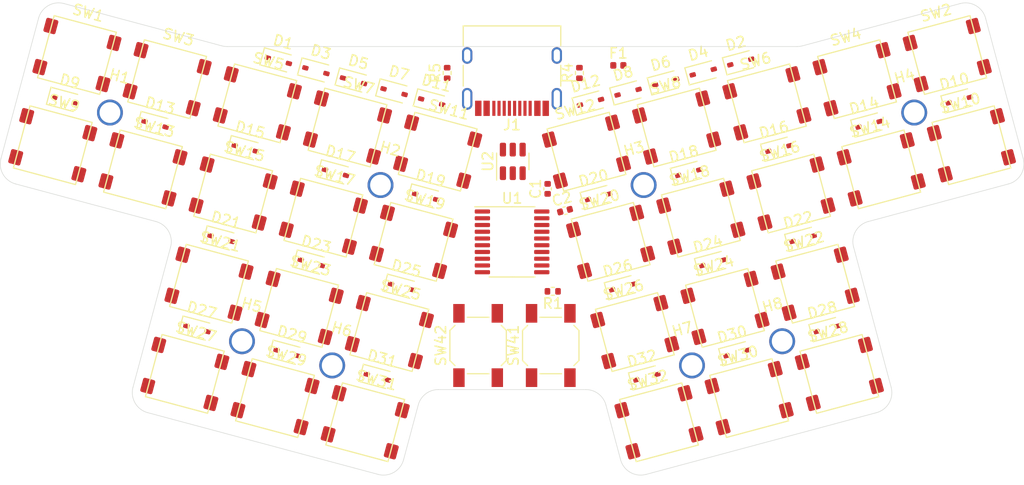
<source format=kicad_pcb>
(kicad_pcb (version 20221018) (generator pcbnew)
  (layers (0 "F.Cu" signal) (31 "B.Cu" signal) (34 "B.Paste" user) (35 "F.Paste" user) (36 "B.SilkS" user "B.Silkscreen") (37 "F.SilkS" user "F.Silkscreen") (38 "B.Mask" user) (39 "F.Mask" user) (44 "Edge.Cuts" user))
  (net 0 "")
  (net 1 "VCC")
  (net 2 "GND")
  (net 3 "+3.3V")
  (net 4 "row1")
  (net 5 "Net-(D1-A)")
  (net 6 "Net-(D2-A)")
  (net 7 "Net-(D3-A)")
  (net 8 "Net-(D4-A)")
  (net 9 "Net-(D5-A)")
  (net 10 "Net-(D6-A)")
  (net 11 "Net-(D7-A)")
  (net 12 "Net-(D8-A)")
  (net 13 "Net-(D9-A)")
  (net 14 "Net-(D10-A)")
  (net 15 "row2")
  (net 16 "Net-(D11-A)")
  (net 17 "Net-(D12-A)")
  (net 18 "Net-(D13-A)")
  (net 19 "Net-(D14-A)")
  (net 20 "Net-(D15-A)")
  (net 21 "Net-(D16-A)")
  (net 22 "Net-(D17-A)")
  (net 23 "Net-(D18-A)")
  (net 24 "Net-(D19-A)")
  (net 25 "Net-(D20-A)")
  (net 26 "row3")
  (net 27 "Net-(D23-A)")
  (net 28 "Net-(D24-A)")
  (net 29 "Net-(D25-A)")
  (net 30 "Net-(D26-A)")
  (net 31 "Net-(D27-A)")
  (net 32 "Net-(D28-A)")
  (net 33 "row4")
  (net 34 "VBUS")
  (net 35 "CC1")
  (net 36 "PORT+")
  (net 37 "PORT-")
  (net 39 "CC2")
  (net 41 "UDP")
  (net 42 "BOOT")
  (net 43 "col1")
  (net 44 "col3")
  (net 45 "col5")
  (net 46 "col7")
  (net 47 "col9")
  (net 48 "col10")
  (net 49 "col8")
  (net 50 "col6")
  (net 51 "col4")
  (net 52 "col2")
  (net 53 "RST")
  (net 54 "P3.2_A3")
  (net 55 "P1.4_CS")
  (net 56 "P1.5_MOSI")
  (net 57 "P1.6_MISO")
  (net 58 "P1.7_SCK")
  (net 59 "P1.0")
  (net 60 "P1.1_A0")
  (net 61 "P3.1_TX")
  (net 62 "P3.0_RX")
  (net 63 "P3.3")
  (net 64 "P3.4")
  (net 65 "P3.5")
  (net 66 "UDM")
  (net 67 "P1.3")
  (net 68 "P1.2")
  (net 69 "Net-(D21-A)")
  (net 70 "Net-(D22-A)")
  (net 71 "Net-(D29-A)")
  (net 72 "Net-(D30-A)")
  (net 73 "Net-(D31-A)")
  (net 74 "Net-(D32-A)")
  (footprint "userlib:GT-TC063F-H035-L30" (layer "F.Cu") (at 94.121773 41.258334 15)
    (fp_text reference "SW8" (at 0 -4.2 15 unlocked) (layer "F.SilkS"))
    (fp_text value "SW_Push")
    (pad "1" smd roundrect (at -3.15 -2.05 15) (size 1.2 1.4) (layers "F.Cu" "F.Paste" "F.Mask") (roundrect_rratio 0.1428571429) (net 12 "Net-(D8-A)"))
    (pad "1" smd roundrect (at 3.15 -2.05 15) (size 1.2 1.4) (layers "F.Cu" "F.Paste" "F.Mask") (roundrect_rratio 0.1428571429) (net 12 "Net-(D8-A)"))
    (pad "2" smd roundrect (at -3.15 2.05 15) (size 1.2 1.4) (layers "F.Cu" "F.Paste" "F.Mask") (roundrect_rratio 0.1428571429) (net 46 "col7"))
    (pad "2" smd roundrect (at 3.15 2.05 15) (size 1.2 1.4) (layers "F.Cu" "F.Paste" "F.Mask") (roundrect_rratio 0.1428571429) (net 46 "col7"))
  )
  (footprint "Diode_SMD:D_SOD-323" (layer "F.Cu") (at 99.945205 62.991667 15)
    (fp_text reference "D30" (at 0 -1.85 15) (layer "F.SilkS"))
    (fp_text value "D_Small")
    (pad "1" smd roundrect (at -1.05 0 15) (size 0.6 0.45) (layers "F.Cu" "F.Paste" "F.Mask") (net 33 "row4"))
    (pad "2" smd roundrect (at 1.05 0 15) (size 0.6 0.45) (layers "F.Cu" "F.Paste" "F.Mask") (net 72 "Net-(D30-A)"))
  )
  (footprint "Button_Switch_SMD:SW_SPST_SKQG_WithStem" (layer "F.Cu") (at 74.984484 62.27022 90)
    (fp_text reference "SW42" (at 0 -3.6 90) (layer "F.SilkS"))
    (fp_text value "RESET")
    (pad "1" smd rect (at -3.1 -1.85 90) (size 1.8 1.1) (layers "F.Cu" "F.Paste" "F.Mask") (net 53 "RST"))
    (pad "1" smd rect (at 3.1 -1.85 90) (size 1.8 1.1) (layers "F.Cu" "F.Paste" "F.Mask") (net 53 "RST"))
    (pad "2" smd rect (at -3.1 1.85 90) (size 1.8 1.1) (layers "F.Cu" "F.Paste" "F.Mask") (net 3 "+3.3V"))
    (pad "2" smd rect (at 3.1 1.85 90) (size 1.8 1.1) (layers "F.Cu" "F.Paste" "F.Mask") (net 3 "+3.3V"))
  )
  (footprint "userlib:m1.6_hole" (layer "F.Cu") (at 117.019799 39.81607 15)
    (fp_text reference "H4" (at 0 -3.6 15 unlocked) (layer "F.SilkS"))
    (fp_text value "MountingHole_Pad")
    (pad "1" thru_hole circle (at 0 0 15) (size 2.5 2.5) (drill 2) (layers "*.Cu" "*.Mask") (net 2 "GND"))
  )
  (footprint "userlib:GT-TC063F-H035-L30" (layer "F.Cu") (at 57.735109 58.644999 -15)
    (fp_text reference "SW23" (at 0 -4.2 -15 unlocked) (layer "F.SilkS"))
    (fp_text value "SW_Push")
    (pad "1" smd roundrect (at -3.15 -2.05 345) (size 1.2 1.4) (layers "F.Cu" "F.Paste" "F.Mask") (roundrect_rratio 0.1428571429) (net 27 "Net-(D23-A)"))
    (pad "1" smd roundrect (at 3.15 -2.05 345) (size 1.2 1.4) (layers "F.Cu" "F.Paste" "F.Mask") (roundrect_rratio 0.1428571429) (net 27 "Net-(D23-A)"))
    (pad "2" smd roundrect (at -3.15 2.05 345) (size 1.2 1.4) (layers "F.Cu" "F.Paste" "F.Mask") (roundrect_rratio 0.1428571429) (net 51 "col4"))
    (pad "2" smd roundrect (at 3.15 2.05 345) (size 1.2 1.4) (layers "F.Cu" "F.Paste" "F.Mask") (roundrect_rratio 0.1428571429) (net 51 "col4"))
  )
  (footprint "Diode_SMD:D_SOD-323" (layer "F.Cu") (at 56.570423 62.991665 -15)
    (fp_text reference "D29" (at 0 -1.85 165) (layer "F.SilkS"))
    (fp_text value "D_Small")
    (pad "1" smd roundrect (at -1.05 0 345) (size 0.6 0.45) (layers "F.Cu" "F.Paste" "F.Mask") (net 33 "row4"))
    (pad "2" smd roundrect (at 1.05 0 345) (size 0.6 0.45) (layers "F.Cu" "F.Paste" "F.Mask") (net 71 "Net-(D29-A)"))
  )
  (footprint "userlib:GT-TC063F-H035-L30" (layer "F.Cu") (at 66.428443 60.97437 -15)
    (fp_text reference "SW25" (at 0 -4.2 -15 unlocked) (layer "F.SilkS"))
    (fp_text value "SW_Push")
    (pad "1" smd roundrect (at -3.15 -2.05 345) (size 1.2 1.4) (layers "F.Cu" "F.Paste" "F.Mask") (roundrect_rratio 0.1428571429) (net 29 "Net-(D25-A)"))
    (pad "1" smd roundrect (at 3.15 -2.05 345) (size 1.2 1.4) (layers "F.Cu" "F.Paste" "F.Mask") (roundrect_rratio 0.1428571429) (net 29 "Net-(D25-A)"))
    (pad "2" smd roundrect (at -3.15 2.05 345) (size 1.2 1.4) (layers "F.Cu" "F.Paste" "F.Mask") (roundrect_rratio 0.1428571429) (net 45 "col5"))
    (pad "2" smd roundrect (at 3.15 2.05 345) (size 1.2 1.4) (layers "F.Cu" "F.Paste" "F.Mask") (roundrect_rratio 0.1428571429) (net 45 "col5"))
  )
  (footprint "Diode_SMD:D_SOD-323" (layer "F.Cu") (at 52.535834 43.275628 -15)
    (fp_text reference "D15" (at 0 -1.85 165) (layer "F.SilkS"))
    (fp_text value "D_Small")
    (pad "1" smd roundrect (at -1.05 0 345) (size 0.6 0.45) (layers "F.Cu" "F.Paste" "F.Mask") (net 15 "row2"))
    (pad "2" smd roundrect (at 1.05 0 345) (size 0.6 0.45) (layers "F.Cu" "F.Paste" "F.Mask") (net 20 "Net-(D15-A)"))
  )
  (footprint "Diode_SMD:D_SOD-323" (layer "F.Cu") (at 93.062211 36.883501 15)
    (fp_text reference "D6" (at 0 -1.85 15) (layer "F.SilkS"))
    (fp_text value "D_Small")
    (pad "1" smd roundrect (at -1.05 0 15) (size 0.6 0.45) (layers "F.Cu" "F.Paste" "F.Mask") (net 4 "row1"))
    (pad "2" smd roundrect (at 1.05 0 15) (size 0.6 0.45) (layers "F.Cu" "F.Paste" "F.Mask") (net 10 "Net-(D6-A)"))
  )
  (footprint "Resistor_SMD:R_0402_1005Metric" (layer "F.Cu") (at 82.175 57.05 180)
    (fp_text reference "R1" (at 0 -1.17) (layer "F.SilkS"))
    (fp_text value "10k")
    (pad "1" smd roundrect (at -0.51 0 180) (size 0.54 0.64) (layers "F.Cu" "F.Paste" "F.Mask") (net 41 "UDP"))
    (pad "2" smd roundrect (at 0.51 0 180) (size 0.54 0.64) (layers "F.Cu" "F.Paste" "F.Mask") (net 42 "BOOT"))
  )
  (footprint "userlib:GT-TC063F-H035-L30" (layer "F.Cu") (at 49.041777 56.315626 -15)
    (fp_text reference "SW21" (at 0 -4.2 -15 unlocked) (layer "F.SilkS"))
    (fp_text value "SW_Push")
    (pad "1" smd roundrect (at -3.15 -2.05 345) (size 1.2 1.4) (layers "F.Cu" "F.Paste" "F.Mask") (roundrect_rratio 0.1428571429) (net 69 "Net-(D21-A)"))
    (pad "1" smd roundrect (at 3.15 -2.05 345) (size 1.2 1.4) (layers "F.Cu" "F.Paste" "F.Mask") (roundrect_rratio 0.1428571429) (net 69 "Net-(D21-A)"))
    (pad "2" smd roundrect (at -3.15 2.05 345) (size 1.2 1.4) (layers "F.Cu" "F.Paste" "F.Mask") (roundrect_rratio 0.1428571429) (net 44 "col3"))
    (pad "2" smd roundrect (at 3.15 2.05 345) (size 1.2 1.4) (layers "F.Cu" "F.Paste" "F.Mask") (roundrect_rratio 0.1428571429) (net 44 "col3"))
  )
  (footprint "Diode_SMD:D_SOD-323" (layer "F.Cu") (at 97.615832 54.298332 15)
    (fp_text reference "D24" (at 0 -1.85 15) (layer "F.SilkS"))
    (fp_text value "D_Small")
    (pad "1" smd roundrect (at -1.05 0 15) (size 0.6 0.45) (layers "F.Cu" "F.Paste" "F.Mask") (net 26 "row3"))
    (pad "2" smd roundrect (at 1.05 0 15) (size 0.6 0.45) (layers "F.Cu" "F.Paste" "F.Mask") (net 28 "Net-(D24-A)"))
  )
  (footprint "Diode_SMD:D_SOD-323" (layer "F.Cu") (at 95.28646 45.605 15)
    (fp_text reference "D18" (at 0 -1.85 15) (layer "F.SilkS"))
    (fp_text value "D_Small")
    (pad "1" smd roundrect (at -1.05 0 15) (size 0.6 0.45) (layers "F.Cu" "F.Paste" "F.Mask") (net 15 "row2"))
    (pad "2" smd roundrect (at 1.05 0 15) (size 0.6 0.45) (layers "F.Cu" "F.Paste" "F.Mask") (net 23 "Net-(D18-A)"))
  )
  (footprint "Diode_SMD:D_SOD-323" (layer "F.Cu") (at 59.347381 35.783292 -15)
    (fp_text reference "D3" (at 0 -1.85 165) (layer "F.SilkS"))
    (fp_text value "D_Small")
    (pad "1" smd roundrect (at -1.05 0 345) (size 0.6 0.45) (layers "F.Cu" "F.Paste" "F.Mask") (net 4 "row1"))
    (pad "2" smd roundrect (at 1.05 0 345) (size 0.6 0.45) (layers "F.Cu" "F.Paste" "F.Mask") (net 7 "Net-(D3-A)"))
  )
  (footprint "Diode_SMD:D_SOD-323" (layer "F.Cu") (at 100.306655 34.942358 15)
    (fp_text reference "D2" (at 0 -1.85 15) (layer "F.SilkS"))
    (fp_text value "D_Small")
    (pad "1" smd roundrect (at -1.05 0 15) (size 0.6 0.45) (layers "F.Cu" "F.Paste" "F.Mask") (net 4 "row1"))
    (pad "2" smd roundrect (at 1.05 0 15) (size 0.6 0.45) (layers "F.Cu" "F.Paste" "F.Mask") (net 6 "Net-(D2-A)"))
  )
  (footprint "Diode_SMD:D_SOD-323" (layer "F.Cu") (at 121.366458 38.616887 15)
    (fp_text reference "D10" (at 0 -1.85 15) (layer "F.SilkS"))
    (fp_text value "D_Small")
    (pad "1" smd roundrect (at -1.05 0 15) (size 0.6 0.45) (layers "F.Cu" "F.Paste" "F.Mask") (net 15 "row2"))
    (pad "2" smd roundrect (at 1.05 0 15) (size 0.6 0.45) (layers "F.Cu" "F.Paste" "F.Mask") (net 14 "Net-(D10-A)"))
  )
  (footprint "userlib:GT-TC063F-H035-L30" (layer "F.Cu") (at 98.780517 58.644998 15)
    (fp_text reference "SW24" (at 0 -4.2 15 unlocked) (layer "F.SilkS"))
    (fp_text value "SW_Push")
    (pad "1" smd roundrect (at -3.15 -2.05 15) (size 1.2 1.4) (layers "F.Cu" "F.Paste" "F.Mask") (roundrect_rratio 0.1428571429) (net 28 "Net-(D24-A)"))
    (pad "1" smd roundrect (at 3.15 -2.05 15) (size 1.2 1.4) (layers "F.Cu" "F.Paste" "F.Mask") (roundrect_rratio 0.1428571429) (net 28 "Net-(D24-A)"))
    (pad "2" smd roundrect (at -3.15 2.05 15) (size 1.2 1.4) (layers "F.Cu" "F.Paste" "F.Mask") (roundrect_rratio 0.1428571429) (net 46 "col7"))
    (pad "2" smd roundrect (at 3.15 2.05 15) (size 1.2 1.4) (layers "F.Cu" "F.Paste" "F.Mask") (roundrect_rratio 0.1428571429) (net 46 "col7"))
  )
  (footprint "Diode_SMD:D_SOD-323" (layer "F.Cu") (at 112.673126 40.946258 15)
    (fp_text reference "D14" (at 0 -1.85 15) (layer "F.SilkS"))
    (fp_text value "D_Small")
    (pad "1" smd roundrect (at -1.05 0 15) (size 0.6 0.45) (layers "F.Cu" "F.Paste" "F.Mask") (net 15 "row2"))
    (pad "2" smd roundrect (at 1.05 0 15) (size 0.6 0.45) (layers "F.Cu" "F.Paste" "F.Mask") (net 19 "Net-(D14-A)"))
  )
  (footprint "userlib:GT-TC063F-H035-L30" (layer "F.Cu") (at 68.757814 52.281038 -15)
    (fp_text reference "SW19" (at 0 -4.2 -15 unlocked) (layer "F.SilkS"))
    (fp_text value "SW_Push")
    (pad "1" smd roundrect (at -3.15 -2.05 345) (size 1.2 1.4) (layers "F.Cu" "F.Paste" "F.Mask") (roundrect_rratio 0.1428571429) (net 24 "Net-(D19-A)"))
    (pad "1" smd roundrect (at 3.15 -2.05 345) (size 1.2 1.4) (layers "F.Cu" "F.Paste" "F.Mask") (roundrect_rratio 0.1428571429) (net 24 "Net-(D19-A)"))
    (pad "2" smd roundrect (at -3.15 2.05 345) (size 1.2 1.4) (layers "F.Cu" "F.Paste" "F.Mask") (roundrect_rratio 0.1428571429) (net 45 "col5"))
    (pad "2" smd roundrect (at 3.15 2.05 345) (size 1.2 1.4) (layers "F.Cu" "F.Paste" "F.Mask") (roundrect_rratio 0.1428571429) (net 45 "col5"))
  )
  (footprint "userlib:GT-TC063F-H035-L30" (layer "F.Cu") (at 120.201772 34.270219 15)
    (fp_text reference "SW2" (at 0 -4.2 15 unlocked) (layer "F.SilkS"))
    (fp_text value "SW_Push")
    (pad "1" smd roundrect (at -3.15 -2.05 15) (size 1.2 1.4) (layers "F.Cu" "F.Paste" "F.Mask") (roundrect_rratio 0.1428571429) (net 6 "Net-(D2-A)"))
    (pad "1" smd roundrect (at 3.15 -2.05 15) (size 1.2 1.4) (layers "F.Cu" "F.Paste" "F.Mask") (roundrect_rratio 0.1428571429) (net 6 "Net-(D2-A)"))
    (pad "2" smd roundrect (at -3.15 2.05 15) (size 1.2 1.4) (layers "F.Cu" "F.Paste" "F.Mask") (roundrect_rratio 0.1428571429) (net 48 "col10"))
    (pad "2" smd roundrect (at 3.15 2.05 15) (size 1.2 1.4) (layers "F.Cu" "F.Paste" "F.Mask") (roundrect_rratio 0.1428571429) (net 48 "col10"))
  )
  (footprint "userlib:GT-TC063F-H035-L30" (layer "F.Cu") (at 42.677817 45.292924 -15)
    (fp_text reference "SW13" (at 0 -4.2 -15 unlocked) (layer "F.SilkS"))
    (fp_text value "SW_Push")
    (pad "1" smd roundrect (at -3.15 -2.05 345) (size 1.2 1.4) (layers "F.Cu" "F.Paste" "F.Mask") (roundrect_rratio 0.1428571429) (net 18 "Net-(D13-A)"))
    (pad "1" smd roundrect (at 3.15 -2.05 345) (size 1.2 1.4) (layers "F.Cu" "F.Paste" "F.Mask") (roundrect_rratio 0.1428571429) (net 18 "Net-(D13-A)"))
    (pad "2" smd roundrect (at -3.15 2.05 345) (size 1.2 1.4) (layers "F.Cu" "F.Paste" "F.Mask") (roundrect_rratio 0.1428571429) (net 52 "col2"))
    (pad "2" smd roundrect (at 3.15 2.05 345) (size 1.2 1.4) (layers "F.Cu" "F.Paste" "F.Mask") (roundrect_rratio 0.1428571429) (net 52 "col2"))
  )
  (footprint "userlib:GT-TC063F-H035-L30" (layer "F.Cu") (at 36.313856 34.270223 -15)
    (fp_text reference "SW1" (at 0 -4.2 -15 unlocked) (layer "F.SilkS"))
    (fp_text value "SW_Push")
    (pad "1" smd roundrect (at -3.15 -2.05 345) (size 1.2 1.4) (layers "F.Cu" "F.Paste" "F.Mask") (roundrect_rratio 0.1428571429) (net 5 "Net-(D1-A)"))
    (pad "1" smd roundrect (at 3.15 -2.05 345) (size 1.2 1.4) (layers "F.Cu" "F.Paste" "F.Mask") (roundrect_rratio 0.1428571429) (net 5 "Net-(D1-A)"))
    (pad "2" smd roundrect (at -3.15 2.05 345) (size 1.2 1.4) (layers "F.Cu" "F.Paste" "F.Mask") (roundrect_rratio 0.1428571429) (net 43 "col1"))
    (pad "2" smd roundrect (at 3.15 2.05 345) (size 1.2 1.4) (layers "F.Cu" "F.Paste" "F.Mask") (roundrect_rratio 0.1428571429) (net 43 "col1"))
  )
  (footprint "userlib:m1.6_hole" (layer "F.Cu") (at 90.939802 46.804184 15)
    (fp_text reference "H3" (at 0 -3.6 15 unlocked) (layer "F.SilkS"))
    (fp_text value "MountingHole_Pad")
    (pad "1" thru_hole circle (at 0 0 15) (size 2.5 2.5) (drill 2) (layers "*.Cu" "*.Mask") (net 2 "GND"))
  )
  (footprint "userlib:GT-TC063F-H035-L30" (layer "F.Cu") (at 71.087185 43.587705 -15)
    (fp_text reference "SW11" (at 0 -4.2 -15 unlocked) (layer "F.SilkS"))
    (fp_text value "SW_Push")
    (pad "1" smd roundrect (at -3.15 -2.05 345) (size 1.2 1.4) (layers "F.Cu" "F.Paste" "F.Mask") (roundrect_rratio 0.1428571429) (net 16 "Net-(D11-A)"))
    (pad "1" smd roundrect (at 3.15 -2.05 345) (size 1.2 1.4) (layers "F.Cu" "F.Paste" "F.Mask") (roundrect_rratio 0.1428571429) (net 16 "Net-(D11-A)"))
    (pad "2" smd roundrect (at -3.15 2.05 345) (size 1.2 1.4) (layers "F.Cu" "F.Paste" "F.Mask") (roundrect_rratio 0.1428571429) (net 45 "col5"))
    (pad "2" smd roundrect (at 3.15 2.05 345) (size 1.2 1.4) (layers "F.Cu" "F.Paste" "F.Mask") (roundrect_rratio 0.1428571429) (net 45 "col5"))
  )
  (footprint "Fuse:Fuse_0402_1005Metric" (layer "F.Cu") (at 88.499484 35.270219)
    (fp_text reference "F1" (at 0 -1.17) (layer "F.SilkS"))
    (fp_text value "500mA")
    (pad "1" smd roundrect (at -0.485 0) (size 0.59 0.64) (layers "F.Cu" "F.Paste" "F.Mask") (net 1 "VCC"))
    (pad "2" smd roundrect (at 0.485 0) (size 0.59 0.64) (layers "F.Cu" "F.Paste" "F.Mask") (net 34 "VBUS"))
  )
  (footprint "userlib:GT-TC063F-H035-L30" (layer "F.Cu") (at 90.087186 60.974371 15)
    (fp_text reference "SW26" (at 0 -4.2 15 unlocked) (layer "F.SilkS"))
    (fp_text value "SW_Push")
    (pad "1" smd roundrect (at -3.15 -2.05 15) (size 1.2 1.4) (layers "F.Cu" "F.Paste" "F.Mask") (roundrect_rratio 0.1428571429) (net 30 "Net-(D26-A)"))
    (pad "1" smd roundrect (at 3.15 -2.05 15) (size 1.2 1.4) (layers "F.Cu" "F.Paste" "F.Mask") (roundrect_rratio 0.1428571429) (net 30 "Net-(D26-A)"))
    (pad "2" smd roundrect (at -3.15 2.05 15) (size 1.2 1.4) (layers "F.Cu" "F.Paste" "F.Mask") (roundrect_rratio 0.1428571429) (net 50 "col6"))
    (pad "2" smd roundrect (at 3.15 2.05 15) (size 1.2 1.4) (layers "F.Cu" "F.Paste" "F.Mask") (roundrect_rratio 0.1428571429) (net 50 "col6"))
  )
  (footprint "Diode_SMD:D_SOD-323" (layer "F.Cu") (at 69.922496 47.934372 -15)
    (fp_text reference "D19" (at 0 -1.85 165) (layer "F.SilkS"))
    (fp_text value "D_Small")
    (pad "1" smd roundrect (at -1.05 0 345) (size 0.6 0.45) (layers "F.Cu" "F.Paste" "F.Mask") (net 15 "row2"))
    (pad "2" smd roundrect (at 1.05 0 345) (size 0.6 0.45) (layers "F.Cu" "F.Paste" "F.Mask") (net 24 "Net-(D19-A)"))
  )
  (footprint "userlib:m1.6_hole" (layer "F.Cu") (at 104.291877 61.861479 15)
    (fp_text reference "H8" (at 0 -3.6 15 unlocked) (layer "F.SilkS"))
    (fp_text value "MountingHole_Pad")
    (pad "1" thru_hole circle (at 0 0 15) (size 2.5 2.5) (drill 2) (layers "*.Cu" "*.Mask") (net 2 "GND"))
  )
  (footprint "userlib:m1.6_hole" (layer "F.Cu") (at 65.575839 46.804184 -15)
    (fp_text reference "H2" (at 0 -3.6 -15 unlocked) (layer "F.SilkS"))
    (fp_text value "MountingHole_Pad")
    (pad "1" thru_hole circle (at 0 0 345) (size 2.5 2.5) (drill 2) (layers "*.Cu" "*.Mask") (net 2 "GND"))
  )
  (footprint "Diode_SMD:D_SOD-323" (layer "F.Cu") (at 89.43999 37.854072 15)
    (fp_text reference "D8" (at 0 -1.85 15) (layer "F.SilkS"))
    (fp_text value "D_Small")
    (pad "1" smd roundrect (at -1.05 0 15) (size 0.6 0.45) (layers "F.Cu" "F.Paste" "F.Mask") (net 4 "row1"))
    (pad "2" smd roundrect (at 1.05 0 15) (size 0.6 0.45) (layers "F.Cu" "F.Paste" "F.Mask") (net 12 "Net-(D8-A)"))
  )
  (footprint "Capacitor_SMD:C_0402_1005Metric" (layer "F.Cu") (at 81.684484 47.17022 90)
    (fp_text reference "C1" (at 0 -1.16 90) (layer "F.SilkS"))
    (fp_text value "100nF")
    (pad "1" smd roundrect (at -0.48 0 90) (size 0.56 0.62) (layers "F.Cu" "F.Paste" "F.Mask") (net 1 "VCC"))
    (pad "2" smd roundrect (at 0.48 0 90) (size 0.56 0.62) (layers "F.Cu" "F.Paste" "F.Mask") (net 2 "GND"))
  )
  (footprint "userlib:GT-TC063F-H035-L30" (layer "F.Cu") (at 45.007188 36.599591 -15)
    (fp_text reference "SW3" (at 0 -4.2 -15 unlocked) (layer "F.SilkS"))
    (fp_text value "SW_Push")
    (pad "1" smd roundrect (at -3.15 -2.05 345) (size 1.2 1.4) (layers "F.Cu" "F.Paste" "F.Mask") (roundrect_rratio 0.1428571429) (net 7 "Net-(D3-A)"))
    (pad "1" smd roundrect (at 3.15 -2.05 345) (size 1.2 1.4) (layers "F.Cu" "F.Paste" "F.Mask") (roundrect_rratio 0.1428571429) (net 7 "Net-(D3-A)"))
    (pad "2" smd roundrect (at -3.15 2.05 345) (size 1.2 1.4) (layers "F.Cu" "F.Paste" "F.Mask") (roundrect_rratio 0.1428571429) (net 52 "col2"))
    (pad "2" smd roundrect (at 3.15 2.05 345) (size 1.2 1.4) (layers "F.Cu" "F.Paste" "F.Mask") (roundrect_rratio 0.1428571429) (net 52 "col2"))
  )
  (footprint "userlib:GT-TC063F-H035-L30" (layer "F.Cu") (at 102.815107 38.928961 15)
    (fp_text reference "SW6" (at 0 -4.2 15 unlocked) (layer "F.SilkS"))
    (fp_text value "SW_Push")
    (pad "1" smd roundrect (at -3.15 -2.05 15) (size 1.2 1.4) (layers "F.Cu" "F.Paste" "F.Mask") (roundrect_rratio 0.1428571429) (net 10 "Net-(D6-A)"))
    (pad "1" smd roundrect (at 3.15 -2.05 15) (size 1.2 1.4) (layers "F.Cu" "F.Paste" "F.Mask") (roundrect_rratio 0.1428571429) (net 10 "Net-(D6-A)"))
    (pad "2" smd roundrect (at -3.15 2.05 15) (size 1.2 1.4) (layers "F.Cu" "F.Paste" "F.Mask") (roundrect_rratio 0.1428571429) (net 49 "col8"))
    (pad "2" smd roundrect (at 3.15 2.05 15) (size 1.2 1.4) (layers "F.Cu" "F.Paste" "F.Mask") (roundrect_rratio 0.1428571429) (net 49 "col8"))
  )
  (footprint "Capacitor_SMD:C_0402_1005Metric" (layer "F.Cu") (at 83.359483 49.270222 15)
    (fp_text reference "C2" (at 0 -1.16 15) (layer "F.SilkS"))
    (fp_text value "100nF")
    (pad "1" smd roundrect (at -0.48 0 15) (size 0.56 0.62) (layers "F.Cu" "F.Paste" "F.Mask") (net 3 "+3.3V"))
    (pad "2" smd roundrect (at 0.48 0 15) (size 0.56 0.62) (layers "F.Cu" "F.Paste" "F.Mask") (net 2 "GND"))
  )
  (footprint "Diode_SMD:D_SOD-323" (layer "F.Cu") (at 96.684433 35.912931 15)
    (fp_text reference "D4" (at 0 -1.85 15) (layer "F.SilkS"))
    (fp_text value "D_Small")
    (pad "1" smd roundrect (at -1.05 0 15) (size 0.6 0.45) (layers "F.Cu" "F.Paste" "F.Mask") (net 4 "row1"))
    (pad "2" smd roundrect (at 1.05 0 15) (size 0.6 0.45) (layers "F.Cu" "F.Paste" "F.Mask") (net 8 "Net-(D4-A)"))
  )
  (footprint "Diode_SMD:D_SOD-323" (layer "F.Cu") (at 91.251873 65.321035 15)
    (fp_text reference "D32" (at 0 -1.85 15) (layer "F.SilkS"))
    (fp_text value "D_Small")
    (pad "1" smd roundrect (at -1.05 0 15) (size 0.6 0.45) (layers "F.Cu" "F.Paste" "F.Mask") (net 33 "row4"))
    (pad "2" smd roundrect (at 1.05 0 15) (size 0.6 0.45) (layers "F.Cu" "F.Paste" "F.Mask") (net 74 "Net-(D32-A)"))
  )
  (footprint "Resistor_SMD:R_0402_1005Metric" (layer "F.Cu") (at 72 36 90)
    (fp_text reference "R5" (at 0 -1.17 90) (layer "F.SilkS"))
    (fp_text value "5.1k")
    (pad "1" smd roundrect (at -0.51 0 90) (size 0.54 0.64) (layers "F.Cu" "F.Paste" "F.Mask") (net 39 "CC2"))
    (pad "2" smd roundrect (at 0.51 0 90) (size 0.54 0.64) (layers "F.Cu" "F.Paste" "F.Mask") (net 2 "GND"))
  )
  (footprint "Package_SO:TSSOP-20_4.4x6.5mm_P0.65mm" (layer "F.Cu") (at 78.257813 52.281039)
    (fp_text reference "U1" (at 0 -4.2) (layer "F.SilkS"))
    (fp_text value "CH552T")
    (pad "1" smd roundrect (at -2.8625 -2.925) (size 1.475 0.4) (layers "F.Cu" "F.Paste" "F.Mask") (net 54 "P3.2_A3"))
    (pad "2" smd roundrect (at -2.8625 -2.275) (size 1.475 0.4) (layers "F.Cu" "F.Paste" "F.Mask") (net 55 "P1.4_CS"))
    (pad "3" smd roundrect (at -2.8625 -1.625) (size 1.475 0.4) (layers "F.Cu" "F.Paste" "F.Mask") (net 56 "P1.5_MOSI"))
    (pad "4" smd roundrect (at -2.8625 -0.975) (size 1.475 0.4) (layers "F.Cu" "F.Paste" "F.Mask") (net 57 "P1.6_MISO"))
    (pad "5" smd roundrect (at -2.8625 -0.325) (size 1.475 0.4) (layers "F.Cu" "F.Paste" "F.Mask") (net 58 "P1.7_SCK"))
    (pad "6" smd roundrect (at -2.8625 0.325) (size 1.475 0.4) (layers "F.Cu" "F.Paste" "F.Mask") (net 53 "RST"))
    (pad "7" smd roundrect (at -2.8625 0.975) (size 1.475 0.4) (layers "F.Cu" "F.Paste" "F.Mask") (net 59 "P1.0"))
    (pad "8" smd roundrect (at -2.8625 1.625) (size 1.475 0.4) (layers "F.Cu" "F.Paste" "F.Mask") (net 60 "P1.1_A0"))
    (pad "9" smd roundrect (at -2.8625 2.275) (size 1.475 0.4) (layers "F.Cu" "F.Paste" "F.Mask") (net 61 "P3.1_TX"))
    (pad "10" smd roundrect (at -2.8625 2.925) (size 1.475 0.4) (layers "F.Cu" "F.Paste" "F.Mask") (net 62 "P3.0_RX"))
    (pad "11" smd roundrect (at 2.8625 2.925) (size 1.475 0.4) (layers "F.Cu" "F.Paste" "F.Mask") (net 63 "P3.3"))
    (pad "12" smd roundrect (at 2.8625 2.275) (size 1.475 0.4) (layers "F.Cu" "F.Paste" "F.Mask") (net 64 "P3.4"))
    (pad "13" smd roundrect (at 2.8625 1.625) (size 1.475 0.4) (layers "F.Cu" "F.Paste" "F.Mask") (net 65 "P3.5"))
    (pad "14" smd roundrect (at 2.8625 0.975) (size 1.475 0.4) (layers "F.Cu" "F.Paste" "F.Mask") (net 41 "UDP"))
    (pad "15" smd roundrect (at 2.8625 0.325) (size 1.475 0.4) (layers "F.Cu" "F.Paste" "F.Mask") (net 66 "UDM"))
    (pad "16" smd roundrect (at 2.8625 -0.325) (size 1.475 0.4) (layers "F.Cu" "F.Paste" "F.Mask") (net 67 "P1.3"))
    (pad "17" smd roundrect (at 2.8625 -0.975) (size 1.475 0.4) (layers "F.Cu" "F.Paste" "F.Mask") (net 68 "P1.2"))
    (pad "18" smd roundrect (at 2.8625 -1.625) (size 1.475 0.4) (layers "F.Cu" "F.Paste" "F.Mask") (net 2 "GND"))
    (pad "19" smd roundrect (at 2.8625 -2.275) (size 1.475 0.4) (layers "F.Cu" "F.Paste" "F.Mask") (net 1 "VCC"))
    (pad "20" smd roundrect (at 2.8625 -2.925) (size 1.475 0.4) (layers "F.Cu" "F.Paste" "F.Mask") (net 3 "+3.3V"))
  )
  (footprint "userlib:m1.6_hole" (layer "F.Cu") (at 60.917099 64.190849 -15)
    (fp_text reference "H6" (at 0 -3.6 -15 unlocked) (layer "F.SilkS"))
    (fp_text value "MountingHole_Pad")
    (pad "1" thru_hole circle (at 0 0 345) (size 2.5 2.5) (drill 2) (layers "*.Cu" "*.Mask") (net 2 "GND"))
  )
  (footprint "Diode_SMD:D_SOD-323" (layer "F.Cu") (at 103.979793 43.27563 15)
    (fp_text reference "D16" (at 0 -1.85 15) (layer "F.SilkS"))
    (fp_text value "D_Small")
    (pad "1" smd roundrect (at -1.05 0 15) (size 0.6 0.45) (layers "F.Cu" "F.Paste" "F.Mask") (net 15 "row2"))
    (pad "2" smd roundrect (at 1.05 0 15) (size 0.6 0.45) (layers "F.Cu" "F.Paste" "F.Mask") (net 21 "Net-(D16-A)"))
  )
  (footprint "Diode_SMD:D_SOD-323" (layer "F.Cu") (at 86.593129 47.934372 15)
    (fp_text reference "D20" (at 0 -1.85 15) (layer "F.SilkS"))
    (fp_text value "D_Small")
    (pad "1" smd roundrect (at -1.05 0 15) (size 0.6 0.45) (layers "F.Cu" "F.Paste" "F.Mask") (net 15 "row2"))
    (pad "2" smd roundrect (at 1.05 0 15) (size 0.6 0.45) (layers "F.Cu" "F.Paste" "F.Mask") (net 25 "Net-(D20-A)"))
  )
  (footprint "userlib:GT-TC063F-H035-L30" (layer "F.Cu") (at 96.451147 49.951667 15)
    (fp_text reference "SW18" (at 0 -4.2 15 unlocked) (layer "F.SilkS"))
    (fp_text value "SW_Push")
    (pad "1" smd roundrect (at -3.15 -2.05 15) (size 1.2 1.4) (layers "F.Cu" "F.Paste" "F.Mask") (roundrect_rratio 0.1428571429) (net 23 "Net-(D18-A)"))
    (pad "1" smd roundrect (at 3.15 -2.05 15) (size 1.2 1.4) (layers "F.Cu" "F.Paste" "F.Mask") (roundrect_rratio 0.1428571429) (net 23 "Net-(D18-A)"))
    (pad "2" smd roundrect (at -3.15 2.05 15) (size 1.2 1.4) (layers "F.Cu" "F.Paste" "F.Mask") (roundrect_rratio 0.1428571429) (net 46 "col7"))
    (pad "2" smd roundrect (at 3.15 2.05 15) (size 1.2 1.4) (layers "F.Cu" "F.Paste" "F.Mask") (roundrect_rratio 0.1428571429) (net 46 "col7"))
  )
  (footprint "userlib:GT-TC063F-H035-L30" (layer "F.Cu") (at 105.144478 47.622296 15)
    (fp_text reference "SW16" (at 0 -4.2 15 unlocked) (layer "F.SilkS"))
    (fp_text value "SW_Push")
    (pad "1" smd roundrect (at -3.15 -2.05 15) (size 1.2 1.4) (layers "F.Cu" "F.Paste" "F.Mask") (roundrect_rratio 0.1428571429) (net 21 "Net-(D16-A)"))
    (pad "1" smd roundrect (at 3.15 -2.05 15) (size 1.2 1.4) (layers "F.Cu" "F.Paste" "F.Mask") (roundrect_rratio 0.1428571429) (net 21 "Net-(D16-A)"))
    (pad "2" smd roundrect (at -3.15 2.05 15) (size 1.2 1.4) (layers "F.Cu" "F.Paste" "F.Mask") (roundrect_rratio 0.1428571429) (net 49 "col8"))
    (pad "2" smd roundrect (at 3.15 2.05 15) (size 1.2 1.4) (layers "F.Cu" "F.Paste" "F.Mask") (roundrect_rratio 0.1428571429) (net 49 "col8"))
  )
  (footprint "Diode_SMD:D_SOD-323" (layer "F.Cu") (at 85.817768 38.824645 15)
    (fp_text reference "D12" (at 0 -1.85 15) (layer "F.SilkS"))
    (fp_text value "D_Small")
    (pad "1" smd roundrect (at -1.05 0 15) (size 0.6 0.45) (layers "F.Cu" "F.Paste" "F.Mask") (net 4 "row1"))
    (pad "2" smd roundrect (at 1.05 0 15) (size 0.6 0.45) (layers "F.Cu" "F.Paste" "F.Mask") (net 17 "Net-(D12-A)"))
  )
  (footprint "Diode_SMD:D_SOD-323" (layer "F.Cu") (at 88.9225 56.627704 15)
    (fp_text reference "D26" (at 0 -1.85 15) (layer "F.SilkS"))
    (fp_text value "D_Small")
    (pad "1" smd roundrect (at -1.05 0 15) (size 0.6 0.45) (layers "F.Cu" "F.Paste" "F.Mask") (net 26 "row3"))
    (pad "2" smd roundrect (at 1.05 0 15) (size 0.6 0.45) (layers "F.Cu" "F.Paste" "F.Mask") (net 30 "Net-(D26-A)"))
  )
  (footprint "userlib:GT-TC063F-H035-L30" (layer "F.Cu") (at 55.405739 67.338332 -15)
    (fp_text reference "SW29" (at 0 -4.2 -15 unlocked) (layer "F.SilkS"))
    (fp_text value "SW_Push")
    (pad "1" smd roundrect (at -3.15 -2.05 345) (size 1.2 1.4) (layers "F.Cu" "F.Paste" "F.Mask") (roundrect_rratio 0.1428571429) (net 71 "Net-(D29-A)"))
    (pad "1" smd roundrect (at 3.15 -2.05 345) (size 1.2 1.4) (layers "F.Cu" "F.Paste" "F.Mask") (roundrect_rratio 0.1428571429) (net 71 "Net-(D29-A)"))
    (pad "2" smd roundrect (at -3.15 2.05 345) (size 1.2 1.4) (layers "F.Cu" "F.Paste" "F.Mask") (roundrect_rratio 0.1428571429) (net 51 "col4"))
    (pad "2" smd roundrect (at 3.15 2.05 345) (size 1.2 1.4) (layers "F.Cu" "F.Paste" "F.Mask") (roundrect_rratio 0.1428571429) (net 51 "col4"))
  )
  (footprint "Resistor_SMD:R_0402_1005Metric" (layer "F.Cu") (at 84.75 36 90)
    (fp_text reference "R4" (at 0 -1.17 90) (layer "F.SilkS"))
    (fp_text value "5.1k")
    (pad "1" smd roundrect (at -0.51 0 90) (size 0.54 0.64) (layers "F.Cu" "F.Paste" "F.Mask") (net 35 "CC1"))
    (pad "2" smd roundrect (at 0.51 0 90) (size 0.54 0.64) (layers "F.Cu" "F.Paste" "F.Mask") (net 2 "GND"))
  )
  (footprint "Diode_SMD:D_SOD-323" (layer "F.Cu") (at 70.503825 38.772652 -15)
    (fp_text reference "D11" (at 0 -1.85 165) (layer "F.SilkS"))
    (fp_text value "D_Small")
    (pad "1" smd roundrect (at -1.05 0 345) (size 0.6 0.45) (layers "F.Cu" "F.Paste" "F.Mask") (net 4 "row1"))
    (pad "2" smd roundrect (at 1.05 0 345) (size 0.6 0.45) (layers "F.Cu" "F.Paste" "F.Mask") (net 16 "Net-(D11-A)"))
  )
  (footprint "userlib:GT-TC063F-H035-L30" (layer "F.Cu") (at 92.416558 69.667702 15)
    (fp_text reference "SW32" (at 0 -4.2 15 unlocked) (layer "F.SilkS"))
    (fp_text value "SW_Push")
    (pad "1" smd roundrect (at -3.15 -2.05 15) (size 1.2 1.4) (layers "F.Cu" "F.Paste" "F.Mask") (roundrect_rratio 0.1428571429) (net 74 "Net-(D32-A)"))
    (pad "1" smd roundrect (at 3.15 -2.05 15) (size 1.2 1.4) (layers "F.Cu" "F.Paste" "F.Mask") (roundrect_rratio 0.1428571429) (net 74 "Net-(D32-A)"))
    (pad "2" smd roundrect (at -3.15 2.05 15) (size 1.2 1.4) (layers "F.Cu" "F.Paste" "F.Mask") (roundrect_rratio 0.1428571429) (net 50 "col6"))
    (pad "2" smd roundrect (at 3.15 2.05 15) (size 1.2 1.4) (layers "F.Cu" "F.Paste" "F.Mask") (roundrect_rratio 0.1428571429) (net 50 "col6"))
  )
  (footprint "userlib:GT-TC063F-H035-L30" (layer "F.Cu") (at 85.428441 43.587706 15)
    (fp_text reference "SW12" (at 0 -4.2 15 unlocked) (layer "F.SilkS"))
    (fp_text value "SW_Push")
    (pad "1" smd roundrect (at -3.15 -2.05 15) (size 1.2 1.4) (layers "F.Cu" "F.Paste" "F.Mask") (roundrect_rratio 0.1428571429) (net 17 "Net-(D12-A)"))
    (pad "1" smd roundrect (at 3.15 -2.05 15) (size 1.2 1.4) (layers "F.Cu" "F.Paste" "F.Mask") (roundrect_rratio 0.1428571429) (net 17 "Net-(D12-A)"))
    (pad "2" smd roundrect (at -3.15 2.05 15) (size 1.2 1.4) (layers "F.Cu" "F.Paste" "F.Mask") (roundrect_rratio 0.1428571429) (net 50 "col6"))
    (pad "2" smd roundrect (at 3.15 2.05 15) (size 1.2 1.4) (layers "F.Cu" "F.Paste" "F.Mask") (roundrect_rratio 0.1428571429) (net 50 "col6"))
  )
  (footprint "userlib:GT-TC063F-H035-L30" (layer "F.Cu") (at 51.371148 47.622298 -15)
    (fp_text reference "SW15" (at 0 -4.2 -15 unlocked) (layer "F.SilkS"))
    (fp_text value "SW_Push")
    (pad "1" smd roundrect (at -3.15 -2.05 345) (size 1.2 1.4) (layers "F.Cu" "F.Paste" "F.Mask") (roundrect_rratio 0.1428571429) (net 20 "Net-(D15-A)"))
    (pad "1" smd roundrect (at 3.15 -2.05 345) (size 1.2 1.4) (layers "F.Cu" "F.Paste" "F.Mask") (roundrect_rratio 0.1428571429) (net 20 "Net-(D15-A)"))
    (pad "2" smd roundrect (at -3.15 2.05 345) (size 1.2 1.4) (layers "F.Cu" "F.Paste" "F.Mask") (roundrect_rratio 0.1428571429) (net 44 "col3"))
    (pad "2" smd roundrect (at 3.15 2.05 345) (size 1.2 1.4) (layers "F.Cu" "F.Paste" "F.Mask") (roundrect_rratio 0.1428571429) (net 44 "col3"))
  )
  (footprint "userlib:GT-TC063F-H035-L30" (layer "F.Cu") (at 113.837812 45.292923 15)
    (fp_text reference "SW14" (at 0 -4.2 15 unlocked) (layer "F.SilkS"))
    (fp_text value "SW_Push")
    (pad "1" smd roundrect (at -3.15 -2.05 15) (size 1.2 1.4) (layers "F.Cu" "F.Paste" "F.Mask") (roundrect_rratio 0.1428571429) (net 19 "Net-(D14-A)"))
    (pad "1" smd roundrect (at 3.15 -2.05 15) (size 1.2 1.4) (layers "F.Cu" "F.Paste" "F.Mask") (roundrect_rratio 0.1428571429) (net 19 "Net-(D14-A)"))
    (pad "2" smd roundrect (at -3.15 2.05 15) (size 1.2 1.4) (layers "F.Cu" "F.Paste" "F.Mask") (roundrect_rratio 0.1428571429) (net 47 "col9"))
    (pad "2" smd roundrect (at 3.15 2.05 15) (size 1.2 1.4) (layers "F.Cu" "F.Paste" "F.Mask") (roundrect_rratio 0.1428571429) (net 47 "col9"))
  )
  (footprint "userlib:GT-TC063F-H035-L30" (layer "F.Cu") (at 53.70052 38.928962 -15)
    (fp_text reference "SW5" (at 0 -4.2 -15 unlocked) (layer "F.SilkS"))
    (fp_text value "SW_Push")
    (pad "1" smd roundrect (at -3.15 -2.05 345) (size 1.2 1.4) (layers "F.Cu" "F.Paste" "F.Mask") (roundrect_rratio 0.1428571429) (net 9 "Net-(D5-A)"))
    (pad "1" smd roundrect (at 3.15 -2.05 345) (size 1.2 1.4) (layers "F.Cu" "F.Paste" "F.Mask") (roundrect_rratio 0.1428571429) (net 9 "Net-(D5-A)"))
    (pad "2" smd roundrect (at -3.15 2.05 345) (size 1.2 1.4) (layers "F.Cu" "F.Paste" "F.Mask") (roundrect_rratio 0.1428571429) (net 44 "col3"))
    (pad "2" smd roundrect (at 3.15 2.05 345) (size 1.2 1.4) (layers "F.Cu" "F.Paste" "F.Mask") (roundrect_rratio 0.1428571429) (net 44 "col3"))
  )
  (footprint "Diode_SMD:D_SOD-323" (layer "F.Cu") (at 47.877091 60.662295 -15)
    (fp_text reference "D27" (at 0 -1.85 165) (layer "F.SilkS"))
    (fp_text value "D_Small")
    (pad "1" smd roundrect (at -1.05 0 345) (size 0.6 0.45) (layers "F.Cu" "F.Paste" "F.Mask") (net 33 "row4"))
    (pad "2" smd roundrect (at 1.05 0 345) (size 0.6 0.45) (layers "F.Cu" "F.Paste" "F.Mask") (net 31 "Net-(D27-A)"))
  )
  (footprint "Diode_SMD:D_SOD-323" (layer "F.Cu") (at 43.842502 40.946257 -15)
    (fp_text reference "D13" (at 0 -1.85 165) (layer "F.SilkS"))
    (fp_text value "D_Small")
    (pad "1" smd roundrect (at -1.05 0 345) (size 0.6 0.45) (layers "F.Cu" "F.Paste" "F.Mask") (net 15 "row2"))
    (pad "2" smd roundrect (at 1.05 0 345) (size 0.6 0.45) (layers "F.Cu" "F.Paste" "F.Mask") (net 18 "Net-(D13-A)"))
  )
  (footprint "Connector_USB:USB_C_Receptacle_HRO_TYPE-C-31-M-12" (layer "F.Cu") (at 78.25 35.365 180)
    (fp_text reference "J1" (at 0 -5.645) (layer "F.SilkS"))
    (fp_text value "USB_C_Receptacle_USB2.0")
    (pad "" np_thru_hole circle (at -2.89 -2.6 180) (size 0.65 0.65) (drill 0.65) (layers "*.Cu" "*.Mask"))
    (pad "" np_thru_hole circle (at 2.89 -2.6 180) (size 0.65 0.65) (drill 0.65) (layers "*.Cu" "*.Mask"))
    (pad "A1" smd rect (at -3.25 -4.045 180) (size 0.6 1.45) (layers "F.Cu" "F.Paste" "F.Mask") (net 2 "GND"))
    (pad "A4" smd rect (at -2.45 -4.045 180) (size 0.6 1.45) (layers "F.Cu" "F.Paste" "F.Mask") (net 34 "VBUS"))
    (pad "A5" smd rect (at -1.25 -4.045 180) (size 0.3 1.45) (layers "F.Cu" "F.Paste" "F.Mask") (net 35 "CC1"))
    (pad "A6" smd rect (at -0.25 -4.045 180) (size 0.3 1.45) (layers "F.Cu" "F.Paste" "F.Mask") (net 36 "PORT+"))
    (pad "A7" smd rect (at 0.25 -4.045 180) (size 0.3 1.45) (layers "F.Cu" "F.Paste" "F.Mask") (net 37 "PORT-"))
    (pad "A8" smd rect (at 1.25 -4.045 180) (size 0.3 1.45) (layers "F.Cu" "F.Paste" "F.Mask"))
    (pad "A9" smd rect (at 2.45 -4.045 180) (size 0.6 1.45) (layers "F.Cu" "F.Paste" "F.Mask") (net 34 "VBUS"))
    (pad "A12" smd rect (at 3.25 -4.045 180) (size 0.6 1.45) (layers "F.Cu" "F.Paste" "F.Mask") (net 2 "GND"))
    (pad "B1" smd rect (at 3.25 -4.045 180) (size 0.6 1.45) (layers "F.Cu" "F.Paste" "F.Mask") (net 2 "GND"))
    (pad "B4" smd rect (at 2.45 -4.045 180) (size 0.6 1.45) (layers "F.Cu" "F.Paste" "F.Mask") (net 34 "VBUS"))
    (pad "B5" smd rect (at 1.75 -4.045 180) (size 0.3 1.45) (layers "F.Cu" "F.Paste" "F.Mask") (net 39 "CC2"))
    (pad "B6" smd rect (at 0.75 -4.045 180) (size 0.3 1.45) (layers "F.Cu" "F.Paste" "F.Mask") (net 36 "PORT+"))
    (pad "B7" smd rect (at -0.75 -4.045 180) (size 0.3 1.45) (layers "F.Cu" "F.Paste" "F.Mask") (net 37 "PORT-"))
    (pad "B8" smd rect (at -1.75 -4.045 180) (size 0.3 1.45) (layers "F.Cu" "F.Paste" "F.Mask"))
    (pad "B9" smd rect (at -2.45 -4.045 180) (size 0.6 1.45) (layers "F.Cu" "F.Paste" "F.Mask") (net 34 "VBUS"))
    (pad "B12" smd rect (at -3.25 -4.045 180) (size 0.6 1.45) (layers "F.Cu" "F.Paste" "F.Mask") (net 2 "GND"))
    (pad "S1" thru_hole oval (at -4.32 -3.13 180) (size 1 2.1) (drill oval 0.6 1.7) (layers "*.Cu" "*.Mask") (net 2 "GND"))
    (pad "S1" thru_hole oval (at -4.32 1.05 180) (size 1 1.6) (drill oval 0.6 1.2) (layers "*.Cu" "*.Mask") (net 2 "GND"))
    (pad "S1" thru_hole oval (at 4.32 -3.13 180) (size 1 2.1) (drill oval 0.6 1.7) (layers "*.Cu" "*.Mask") (net 2 "GND"))
    (pad "S1" thru_hole oval (at 4.32 1.05 180) (size 1 1.6) (drill oval 0.6 1.2) (layers "*.Cu" "*.Mask") (net 2 "GND"))
  )
  (footprint "userlib:m1.6_hole" (layer "F.Cu") (at 39.495842 39.816071 -15)
    (fp_text reference "H1" (at 0 -3.6 -15 unlocked) (layer "F.SilkS"))
    (fp_text value "MountingHole_Pad")
    (pad "1" thru_hole circle (at 0 0 345) (size 2.5 2.5) (drill 2) (layers "*.Cu" "*.Mask") (net 2 "GND"))
  )
  (footprint "userlib:GT-TC063F-H035-L30" (layer "F.Cu") (at 109.803222 65.008959 15)
    (fp_text reference "SW28" (at 0 -4.2 15 unlocked) (layer "F.SilkS"))
    (fp_text value "SW_Push")
    (pad "1" smd roundrect (at -3.15 -2.05 15) (size 1.2 1.4) (layers "F.Cu" "F.Paste" "F.Mask") (roundrect_rratio 0.1428571429) (net 32 "Net-(D28-A)"))
    (pad "1" smd roundrect (at 3.15 -2.05 15) (size 1.2 1.4) (layers "F.Cu" "F.Paste" "F.Mask") (roundrect_rratio 0.1428571429) (net 32 "Net-(D28-A)"))
    (pad "2" smd roundrect (at -3.15 2.05 15) (size 1.2 1.4) (layers "F.Cu" "F.Paste" "F.Mask") (roundrect_rratio 0.1428571429) (net 49 "col8"))
    (pad "2" smd roundrect (at 3.15 2.05 15) (size 1.2 1.4) (layers "F.Cu" "F.Paste" "F.Mask") (roundrect_rratio 0.1428571429) (net 49 "col8"))
  )
  (footprint "userlib:m1.6_hole" (layer "F.Cu") (at 52.223764 61.861479 -15)
    (fp_text reference "H5" (at 0 -3.6 -15 unlocked) (layer "F.SilkS"))
    (fp_text value "MountingHole_Pad")
    (pad "1" thru_hole circle (at 0 0 345) (size 2.5 2.5) (drill 2) (layers "*.Cu" "*.Mask") (net 2 "GND"))
  )
  (footprint "userlib:GT-TC063F-H035-L30" (layer "F.Cu") (at 107.47385 56.315626 15)
    (fp_text reference "SW22" (at 0 -4.2 15 unlocked) (layer "F.SilkS"))
    (fp_text value "SW_Push")
    (pad "1" smd roundrect (at -3.15 -2.05 15) (size 1.2 1.4) (layers "F.Cu" "F.Paste" "F.Mask") (roundrect_rratio 0.1428571429) (net 70 "Net-(D22-A)"))
    (pad "1" smd roundrect (at 3.15 -2.05 15) (size 1.2 1.4) (layers "F.Cu" "F.Paste" "F.Mask") (roundrect_rratio 0.1428571429) (net 70 "Net-(D22-A)"))
    (pad "2" smd roundrect (at -3.15 2.05 15) (size 1.2 1.4) (layers "F.Cu" "F.Paste" "F.Mask") (roundrect_rratio 0.1428571429) (net 49 "col8"))
    (pad "2" smd roundrect (at 3.15 2.05 15) (size 1.2 1.4) (layers "F.Cu" "F.Paste" "F.Mask") (roundrect_rratio 0.1428571429) (net 49 "col8"))
  )
  (footprint "userlib:GT-TC063F-H035-L30" (layer "F.Cu") (at 64.09907 69.667702 -15)
    (fp_text reference "SW31" (at 0 -4.2 -15 unlocked) (layer "F.SilkS"))
    (fp_text value "SW_Push")
    (pad "1" smd roundrect (at -3.15 -2.05 345) (size 1.2 1.4) (layers "F.Cu" "F.Paste" "F.Mask") (roundrect_rratio 0.1428571429) (net 73 "Net-(D31-A)"))
    (pad "1" smd roundrect (at 3.15 -2.05 345) (size 1.2 1.4) (layers "F.Cu" "F.Paste" "F.Mask") (roundrect_rratio 0.1428571429) (net 73 "Net-(D31-A)"))
    (pad "2" smd roundrect (at -3.15 2.05 345) (size 1.2 1.4) (layers "F.Cu" "F.Paste" "F.Mask") (roundrect_rratio 0.1428571429) (net 45 "col5"))
    (pad "2" smd roundrect (at 3.15 2.05 345) (size 1.2 1.4) (layers "F.Cu" "F.Paste" "F.Mask") (roundrect_rratio 0.1428571429) (net 45 "col5"))
  )
  (footprint "Diode_SMD:D_SOD-323" (layer "F.Cu") (at 66.881603 37.80208 -15)
    (fp_text reference "D7" (at 0 -1.85 165) (layer "F.SilkS"))
    (fp_text value "D_Small")
    (pad "1" smd roundrect (at -1.05 0 345) (size 0.6 0.45) (layers "F.Cu" "F.Paste" "F.Mask") (net 4 "row1"))
    (pad "2" smd roundrect (at 1.05 0 345) (size 0.6 0.45) (layers "F.Cu" "F.Paste" "F.Mask") (net 11 "Net-(D7-A)"))
  )
  (footprint "Diode_SMD:D_SOD-323" (layer "F.Cu") (at 108.638536 60.662296 15)
    (fp_text reference "D28" (at 0 -1.85 15) (layer "F.SilkS"))
    (fp_text value "D_Small")
    (pad "1" smd roundrect (at -1.05 0 15) (size 0.6 0.45) (layers "F.Cu" "F.Paste" "F.Mask") (net 33 "row4"))
    (pad "2" smd roundrect (at 1.05 0 15) (size 0.6 0.45) (layers "F.Cu" "F.Paste" "F.Mask") (net 32 "Net-(D28-A)"))
  )
  (footprint "Package_TO_SOT_SMD:SOT-23-6" (layer "F.Cu") (at 78.325 44.525 90)
    (fp_text reference "U2" (at 0 -2.4 90) (layer "F.SilkS"))
    (fp_text value "USBLC6-2SC6")
    (pad "1" smd roundrect (at -1.1375 -0.95 90) (size 1.325 0.6) (layers "F.Cu" "F.Paste" "F.Mask") (net 41 "UDP"))
    (pad "2" smd roundrect (at -1.1375 0 90) (size 1.325 0.6) (layers "F.Cu" "F.Paste" "F.Mask") (net 2 "GND"))
    (pad "3" smd roundrect (at -1.1375 0.95 90) (size 1.325 0.6) (layers "F.Cu" "F.Paste" "F.Mask") (net 66 "UDM"))
    (pad "4" smd roundrect (at 1.1375 0.95 90) (size 1.325 0.6) (layers "F.Cu" "F.Paste" "F.Mask") (net 37 "PORT-"))
    (pad "5" smd roundrect (at 1.1375 0 90) (size 1.325 0.6) (layers "F.Cu" "F.Paste" "F.Mask") (net 1 "VCC"))
    (pad "6" smd roundrect (at 1.1375 -0.95 90) (size 1.325 0.6) (layers "F.Cu" "F.Paste" "F.Mask") (net 36 "PORT+"))
  )
  (footprint "Diode_SMD:D_SOD-323" (layer "F.Cu") (at 62.969602 36.753864 -15)
    (fp_text reference "D5" (at 0 -1.85 165) (layer "F.SilkS"))
    (fp_text value "D_Small")
    (pad "1" smd roundrect (at -1.05 0 345) (size 0.6 0.45) (layers "F.Cu" "F.Paste" "F.Mask") (net 4 "row1"))
    (pad "2" smd roundrect (at 1.05 0 345) (size 0.6 0.45) (layers "F.Cu" "F.Paste" "F.Mask") (net 9 "Net-(D5-A)"))
  )
  (footprint "Diode_SMD:D_SOD-323" (layer "F.Cu") (at 50.206461 51.968961 -15)
    (fp_text reference "D21" (at 0 -1.85 165) (layer "F.SilkS"))
    (fp_text value "D_Small")
    (pad "1" smd roundrect (at -1.05 0 345) (size 0.6 0.45) (layers "F.Cu" "F.Paste" "F.Mask") (net 26 "row3"))
    (pad "2" smd roundrect (at 1.05 0 345) (size 0.6 0.45) (layers "F.Cu" "F.Paste" "F.Mask") (net 69 "Net-(D21-A)"))
  )
  (footprint "Diode_SMD:D_SOD-323" (layer "F.Cu") (at 106.309165 51.968961 15)
    (fp_text reference "D22" (at 0 -1.85 15) (layer "F.SilkS"))
    (fp_text value "D_Small")
    (pad "1" smd roundrect (at -1.05 0 15) (size 0.6 0.45) (layers "F.Cu" "F.Paste" "F.Mask") (net 26 "row3"))
    (pad "2" smd roundrect (at 1.05 0 15) (size 0.6 0.45) (layers "F.Cu" "F.Paste" "F.Mask") (net 70 "Net-(D22-A)"))
  )
  (footprint "userlib:GT-TC063F-H035-L30" (layer "F.Cu") (at 122.531144 42.963553 15)
    (fp_text reference "SW10" (at 0 -4.2 15 unlocked) (layer "F.SilkS"))
    (fp_text value "SW_Push")
    (pad "1" smd roundrect (at -3.15 -2.05 15) (size 1.2 1.4) (layers "F.Cu" "F.Paste" "F.Mask") (roundrect_rratio 0.1428571429) (net 14 "Net-(D10-A)"))
    (pad "1" smd roundrect (at 3.15 -2.05 15) (size 1.2 1.4) (layers "F.Cu" "F.Paste" "F.Mask") (roundrect_rratio 0.1428571429) (net 14 "Net-(D10-A)"))
    (pad "2" smd roundrect (at -3.15 2.05 15) (size 1.2 1.4) (layers "F.Cu" "F.Paste" "F.Mask") (roundrect_rratio 0.1428571429) (net 48 "col10"))
    (pad "2" smd roundrect (at 3.15 2.05 15) (size 1.2 1.4) (layers "F.Cu" "F.Paste" "F.Mask") (roundrect_rratio 0.1428571429) (net 48 "col10"))
  )
  (footprint "Button_Switch_SMD:SW_SPST_SKQG_WithStem" (layer "F.Cu") (at 81.984484 62.270223 90)
    (fp_text reference "SW41" (at 0 -3.6 90) (layer "F.SilkS"))
    (fp_text value "BOOT")
    (pad "1" smd rect (at -3.1 -1.85 90) (size 1.8 1.1) (layers "F.Cu" "F.Paste" "F.Mask") (net 42 "BOOT"))
    (pad "1" smd rect (at 3.1 -1.85 90) (size 1.8 1.1) (layers "F.Cu" "F.Paste" "F.Mask") (net 42 "BOOT"))
    (pad "2" smd rect (at -3.1 1.85 90) (size 1.8 1.1) (layers "F.Cu" "F.Paste" "F.Mask") (net 3 "+3.3V"))
    (pad "2" smd rect (at 3.1 1.85 90) (size 1.8 1.1) (layers "F.Cu" "F.Paste" "F.Mask") (net 3 "+3.3V"))
  )
  (footprint "userlib:GT-TC063F-H035-L30" (layer "F.Cu") (at 87.757814 52.28104 15)
    (fp_text reference "SW20" (at 0 -4.2 15 unlocked) (layer "F.SilkS"))
    (fp_text value "SW_Push")
    (pad "1" smd roundrect (at -3.15 -2.05 15) (size 1.2 1.4) (layers "F.Cu" "F.Paste" "F.Mask") (roundrect_rratio 0.1428571429) (net 25 "Net-(D20-A)"))
    (pad "1" smd roundrect (at 3.15 -2.05 15) (size 1.2 1.4) (layers "F.Cu" "F.Paste" "F.Mask") (roundrect_rratio 0.1428571429) (net 25 "Net-(D20-A)"))
    (pad "2" smd roundrect (at -3.15 2.05 15) (size 1.2 1.4) (layers "F.Cu" "F.Paste" "F.Mask") (roundrect_rratio 0.1428571429) (net 50 "col6"))
    (pad "2" smd roundrect (at 3.15 2.05 15) (size 1.2 1.4) (layers "F.Cu" "F.Paste" "F.Mask") (roundrect_rratio 0.1428571429) (net 50 "col6"))
  )
  (footprint "userlib:GT-TC063F-H035-L30" (layer "F.Cu") (at 101.109889 67.338332 15)
    (fp_text reference "SW30" (at 0 -4.2 15 unlocked) (layer "F.SilkS"))
    (fp_text value "SW_Push")
    (pad "1" smd roundrect (at -3.15 -2.05 15) (size 1.2 1.4) (layers "F.Cu" "F.Paste" "F.Mask") (roundrect_rratio 0.1428571429) (net 72 "Net-(D30-A)"))
    (pad "1" smd roundrect (at 3.15 -2.05 15) (size 1.2 1.4) (layers "F.Cu" "F.Paste" "F.Mask") (roundrect_rratio 0.1428571429) (net 72 "Net-(D30-A)"))
    (pad "2" smd roundrect (at -3.15 2.05 15) (size 1.2 1.4) (layers "F.Cu" "F.Paste" "F.Mask") (roundrect_rratio 0.1428571429) (net 46 "col7"))
    (pad "2" smd roundrect (at 3.15 2.05 15) (size 1.2 1.4) (layers "F.Cu" "F.Paste" "F.Mask") (roundrect_rratio 0.1428571429) (net 46 "col7"))
  )
  (footprint "userlib:GT-TC063F-H035-L30" (layer "F.Cu") (at 62.393853 41.258335 -15)
    (fp_text reference "SW7" (at 0 -4.2 -15 unlocked) (layer "F.SilkS"))
    (fp_text value "SW_Push")
    (pad "1" smd roundrect (at -3.15 -2.05 345) (size 1.2 1.4) (layers "F.Cu" "F.Paste" "F.Mask") (roundrect_rratio 0.1428571429) (net 11 "Net-(D7-A)"))
    (pad "1" smd roundrect (at 3.15 -2.05 345) (size 1.2 1.4) (layers "F.Cu" "F.Paste" "F.Mask") (roundrect_rratio 0.1428571429) (net 11 "Net-(D7-A)"))
    (pad "2" smd roundrect (at -3.15 2.05 345) (size 1.2 1.4) (layers "F.Cu" "F.Paste" "F.Mask") (roundrect_rratio 0.1428571429) (net 51 "col4"))
    (pad "2" smd roundrect (at 3.15 2.05 345) (size 1.2 1.4) (layers "F.Cu" "F.Paste" "F.Mask") (roundrect_rratio 0.1428571429) (net 51 "col4"))
  )
  (footprint "Diode_SMD:D_SOD-323" (layer "F.Cu") (at 67.593127 56.627705 -15)
    (fp_text reference "D25" (at 0 -1.85 165) (layer "F.SilkS"))
    (fp_text value "D_Small")
    (pad "1" smd roundrect (at -1.05 0 345) (size 0.6 0.45) (layers "F.Cu" "F.Paste" "F.Mask") (net 26 "row3"))
    (pad "2" smd roundrect (at 1.05 0 345) (size 0.6 0.45) (layers "F.Cu" "F.Paste" "F.Mask") (net 29 "Net-(D25-A)"))
  )
  (footprint "Diode_SMD:D_SOD-323" (layer "F.Cu") (at 58.899795 54.298333 -15)
    (fp_text reference "D23" (at 0 -1.85 165) (layer "F.SilkS"))
    (fp_text value "D_Small")
    (pad "1" smd roundrect (at -1.05 0 345) (size 0.6 0.45) (layers "F.Cu" "F.Paste" "F.Mask") (net 26 "row3"))
    (pad "2" smd roundrect (at 1.05 0 345) (size 0.6 0.45) (layers "F.Cu" "F.Paste" "F.Mask") (net 27 "Net-(D23-A)"))
  )
  (footprint "Diode_SMD:D_SOD-323" (layer "F.Cu") (at 61.229167 45.605001 -15)
    (fp_text reference "D17" (at 0 -1.85 165) (layer "F.SilkS"))
    (fp_text value "D_Small")
    (pad "1" smd roundrect (at -1.05 0 345) (size 0.6 0.45) (layers "F.Cu" "F.Paste" "F.Mask") (net 15 "row2"))
    (pad "2" smd roundrect (at 1.05 0 345) (size 0.6 0.45) (layers "F.Cu" "F.Paste" "F.Mask") (net 22 "Net-(D17-A)"))
  )
  (footprint "userlib:GT-TC063F-H035-L30" (layer "F.Cu") (at 33.984484 42.963553 -15)
    (fp_text reference "SW9" (at 0 -4.2 -15 unlocked) (layer "F.SilkS"))
    (fp_text value "SW_Push")
    (pad "1" smd roundrect (at -3.15 -2.05 345) (size 1.2 1.4) (layers "F.Cu" "F.Paste" "F.Mask") (roundrect_rratio 0.1428571429) (net 13 "Net-(D9-A)"))
    (pad "1" smd roundrect (at 3.15 -2.05 345) (size 1.2 1.4) (layers "F.Cu" "F.Paste" "F.Mask") (roundrect_rratio 0.1428571429) (net 13 "Net-(D9-A)"))
    (pad "2" smd roundrect (at -3.15 2.05 345) (size 1.2 1.4) (layers "F.Cu" "F.Paste" "F.Mask") (roundrect_rratio 0.1428571429) (net 43 "col1"))
    (pad "2" smd roundrect (at 3.15 2.05 345) (size 1.2 1.4) (layers "F.Cu" "F.Paste" "F.Mask") (roundrect_rratio 0.1428571429) (net 43 "col1"))
  )
  (footprint "Diode_SMD:D_SOD-323" (layer "F.Cu") (at 35.149169 38.616885 -15)
    (fp_text reference "D9" (at 0 -1.85 165) (layer "F.SilkS"))
    (fp_text value "D_Small")
    (pad "1" smd roundrect (at -1.05 0 345) (size 0.6 0.45) (layers "F.Cu" "F.Paste" "F.Mask") (net 15 "row2"))
    (pad "2" smd roundrect (at 1.05 0 345) (size 0.6 0.45) (layers "F.Cu" "F.Paste" "F.Mask") (net 13 "Net-(D9-A)"))
  )
  (footprint "Diode_SMD:D_SOD-323" (layer "F.Cu") (at 55.725159 34.812723 -15)
    (fp_text reference "D1" (at 0 -1.85 165) (layer "F.SilkS"))
    (fp_text value "D_Small")
    (pad "1" smd roundrect (at -1.05 0 345) (size 0.6 0.45) (layers "F.Cu" "F.Paste" "F.Mask") (net 4 "row1"))
    (pad "2" smd roundrect (at 1.05 0 345) (size 0.6 0.45) (layers "F.Cu" "F.Paste" "F.Mask") (net 5 "Net-(D1-A)"))
  )
  (footprint "userlib:GT-TC063F-H035-L30" (layer "F.Cu") (at 111.50844 36.599592 15)
    (fp_text reference "SW4" (at 0 -4.2 15 unlocked) (layer "F.SilkS"))
    (fp_text value "SW_Push")
    (pad "1" smd roundrect (at -3.15 -2.05 15) (size 1.2 1.4) (layers "F.Cu" "F.Paste" "F.Mask") (roundrect_rratio 0.1428571429) (net 8 "Net-(D4-A)"))
    (pad "1" smd roundrect (at 3.15 -2.05 15) (size 1.2 1.4) (layers "F.Cu" "F.Paste" "F.Mask") (roundrect_rratio 0.1428571429) (net 8 "Net-(D4-A)"))
    (pad "2" smd roundrect (at -3.15 2.05 15) (size 1.2 1.4) (layers "F.Cu" "F.Paste" "F.Mask") (roundrect_rratio 0.1428571429) (net 47 "col9"))
    (pad "2" smd roundrect (at 3.15 2.05 15) (size 1.2 1.4) (layers "F.Cu" "F.Paste" "F.Mask") (roundrect_rratio 0.1428571429) (net 47 "col9"))
  )
  (footprint "userlib:GT-TC063F-H035-L30" (layer "F.Cu") (at 60.064481 49.951669 -15)
    (fp_text reference "SW17" (at 0 -4.2 -15 unlocked) (layer "F.SilkS"))
    (fp_text value "SW_Push")
    (pad "1" smd roundrect (at -3.15 -2.05 345) (size 1.2 1.4) (layers "F.Cu" "F.Paste" "F.Mask") (roundrect_rratio 0.1428571429) (net 22 "Net-(D17-A)"))
    (pad "1" smd roundrect (at 3.15 -2.05 345) (size 1.2 1.4) (layers "F.Cu" "F.Paste" "F.Mask") (roundrect_rratio 0.1428571429) (net 22 "Net-(D17-A)"))
    (pad "2" smd roundrect (at -3.15 2.05 345) (size 1.2 1.4) (layers "F.Cu" "F.Paste" "F.Mask") (roundrect_rratio 0.1428571429) (net 51 "col4"))
    (pad "2" smd roundrect (at 3.15 2.05 345) (size 1.2 1.4) (layers "F.Cu" "F.Paste" "F.Mask") (roundrect_rratio 0.1428571429) (net 51 "col4"))
  )
  (footprint "userlib:GT-TC063F-H035-L30" (layer "F.Cu") (at 46.712407 65.008962 -15)
    (fp_text reference "SW27" (at 0 -4.2 -15 unlocked) (layer "F.SilkS"))
    (fp_text value "SW_Push")
    (pad "1" smd roundrect (at -3.15 -2.05 345) (size 1.2 1.4) (layers "F.Cu" "F.Paste" "F.Mask") (roundrect_rratio 0.1428571429) (net 31 "Net-(D27-A)"))
    (pad "1" smd roundrect (at 3.15 -2.05 345) (size 1.2 1.4) (layers "F.Cu" "F.Paste" "F.Mask") (roundrect_rratio 0.1428571429) (net 31 "Net-(D27-A)"))
    (pad "2" smd roundrect (at -3.15 2.05 345) (size 1.2 1.4) (layers "F.Cu" "F.Paste" "F.Mask") (roundrect_rratio 0.1428571429) (net 44 "col3"))
    (pad "2" smd roundrect (at 3.15 2.05 345) (size 1.2 1.4) (layers "F.Cu" "F.Paste" "F.Mask") (roundrect_rratio 0.1428571429) (net 44 "col3"))
  )
  (footprint "Diode_SMD:D_SOD-323" (layer "F.Cu") (at 65.263756 65.321038 -15)
    (fp_text reference "D31" (at 0 -1.85 165) (layer "F.SilkS"))
    (fp_text value "D_Small")
    (pad "1" smd roundrect (at -1.05 0 345) (size 0.6 0.45) (layers "F.Cu" "F.Paste" "F.Mask") (net 33 "row4"))
    (pad "2" smd roundrect (at 1.05 0 345) (size 0.6 0.45) (layers "F.Cu" "F.Paste" "F.Mask") (net 73 "Net-(D31-A)"))
  )
  (footprint "userlib:m1.6_hole" (layer "F.Cu") (at 95.598544 64.190849 15)
    (fp_text reference "H7" (at 0 -3.6 15 unlocked) (layer "F.SilkS"))
    (fp_text value "MountingHole_Pad")
    (pad "1" thru_hole circle (at 0 0 15) (size 2.5 2.5) (drill 2) (layers "*.Cu" "*.Mask") (net 2 "GND"))
  )
  (gr_line (start 69.213233 68.002582) (end 67.798696 73.281702) (stroke (width 0.05)) (layer "Edge.Cuts"))
  (gr_arc (start 32.614246 30.725218) (mid 33.546099 29.510808) (end 35.063735 29.311003) (stroke (width 0.05)) (layer "Edge.Cuts"))
  (gr_line (start 113.38273 68.743076) (end 91.166436 74.695915) (stroke (width 0.05)) (layer "Edge.Cuts"))
  (gr_line (start 35.063735 29.311003) (end 50.264216 33.38396) (stroke (width 0.05)) (layer "Edge.Cuts"))
  (gr_arc (start 67.798696 73.281702) (mid 66.866861 74.496143) (end 65.349207 74.695914) (stroke (width 0.05)) (layer "Edge.Cuts"))
  (gr_arc (start 69.213233 68.002582) (mid 69.927567 66.933521) (end 71.145084 66.520221) (stroke (width 0.05)) (layer "Edge.Cuts"))
  (gr_line (start 41.718699 66.293587) (end 45.342168 52.770625) (stroke (width 0.05)) (layer "Edge.Cuts"))
  (gr_arc (start 43.927953 50.321135) (mid 45.14236 51.25299) (end 45.342168 52.770625) (stroke (width 0.05)) (layer "Edge.Cuts"))
  (gr_arc (start 114.796943 66.293587) (mid 114.597134 67.81122) (end 113.38273 68.743076) (stroke (width 0.05)) (layer "Edge.Cuts"))
  (gr_arc (start 91.166436 74.695915) (mid 89.648774 74.496155) (end 88.716946 73.2817) (stroke (width 0.05)) (layer "Edge.Cuts"))
  (gr_arc (start 50.781854 33.452108) (mid 50.520802 33.434998) (end 50.264216 33.38396) (stroke (width 0.05)) (layer "Edge.Cuts"))
  (gr_arc (start 106.251427 33.383961) (mid 105.994841 33.435004) (end 105.733787 33.45211) (stroke (width 0.05)) (layer "Edge.Cuts"))
  (gr_arc (start 121.45191 29.311005) (mid 122.969546 29.510808) (end 123.901398 30.725218) (stroke (width 0.05)) (layer "Edge.Cuts"))
  (gr_line (start 126.110651 46.697671) (end 112.587689 50.321135) (stroke (width 0.05)) (layer "Edge.Cuts"))
  (gr_line (start 65.349207 74.695914) (end 43.132913 68.743077) (stroke (width 0.05)) (layer "Edge.Cuts"))
  (gr_line (start 85.37056 66.520221) (end 71.145084 66.520221) (stroke (width 0.05)) (layer "Edge.Cuts"))
  (gr_arc (start 85.37056 66.520221) (mid 86.588077 66.93352) (end 87.30241 68.002582) (stroke (width 0.05)) (layer "Edge.Cuts"))
  (gr_line (start 50.781854 33.452108) (end 105.733787 33.45211) (stroke (width 0.05)) (layer "Edge.Cuts"))
  (gr_line (start 123.901398 30.725218) (end 127.524866 44.24818) (stroke (width 0.05)) (layer "Edge.Cuts"))
  (gr_arc (start 111.173477 52.770626) (mid 111.373286 51.252993) (end 112.587689 50.321135) (stroke (width 0.05)) (layer "Edge.Cuts"))
  (gr_line (start 111.173477 52.770626) (end 114.796943 66.293587) (stroke (width 0.05)) (layer "Edge.Cuts"))
  (gr_arc (start 127.524866 44.24818) (mid 127.325053 45.765812) (end 126.110651 46.697671) (stroke (width 0.05)) (layer "Edge.Cuts"))
  (gr_line (start 106.251428 33.38396) (end 121.45191 29.311005) (stroke (width 0.05)) (layer "Edge.Cuts"))
  (gr_line (start 43.927953 50.321135) (end 30.404992 46.697669) (stroke (width 0.05)) (layer "Edge.Cuts"))
  (gr_arc (start 30.404992 46.697669) (mid 29.190594 45.765809) (end 28.990778 44.248179) (stroke (width 0.05)) (layer "Edge.Cuts"))
  (gr_arc (start 43.132913 68.743077) (mid 41.918512 67.811219) (end 41.718699 66.293587) (stroke (width 0.05)) (layer "Edge.Cuts"))
  (gr_line (start 28.990778 44.248179) (end 32.614246 30.725218) (stroke (width 0.05)) (layer "Edge.Cuts"))
  (gr_line (start 88.716946 73.2817) (end 87.30241 68.002582) (stroke (width 0.05)) (layer "Edge.Cuts"))
)
</source>
